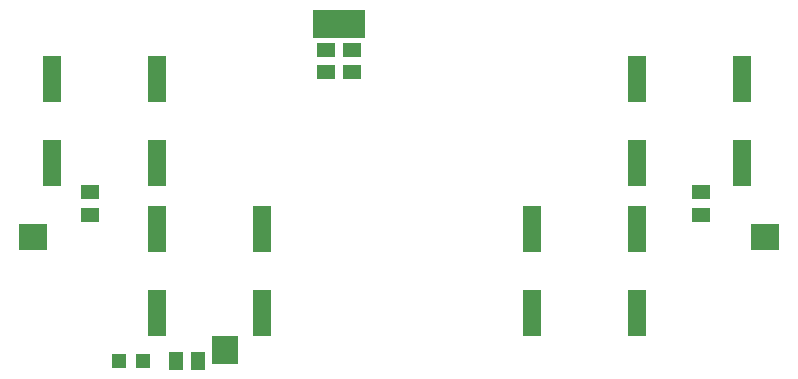
<source format=gtp>
G75*
G70*
%OFA0B0*%
%FSLAX24Y24*%
%IPPOS*%
%LPD*%
%AMOC8*
5,1,8,0,0,1.08239X$1,22.5*
%
%ADD10R,0.0591X0.0512*%
%ADD11R,0.0500X0.0250*%
%ADD12R,0.0900X0.0960*%
%ADD13R,0.0630X0.1575*%
%ADD14R,0.0250X0.0500*%
%ADD15R,0.0960X0.0900*%
%ADD16R,0.0512X0.0591*%
%ADD17R,0.0472X0.0472*%
D10*
X004650Y010001D03*
X004650Y010749D03*
X012525Y014751D03*
X012525Y015499D03*
X013400Y015499D03*
X013400Y014751D03*
X025025Y010749D03*
X025025Y010001D03*
D11*
X013400Y016213D03*
X013400Y016537D03*
X012525Y016537D03*
X012525Y016213D03*
X009150Y005662D03*
X009150Y005338D03*
D12*
X009150Y005500D03*
X012525Y016375D03*
X013400Y016375D03*
D13*
X006900Y014523D03*
X006900Y011727D03*
X006900Y009523D03*
X003400Y011727D03*
X003400Y014523D03*
X010400Y009523D03*
X010400Y006727D03*
X006900Y006727D03*
X019400Y006727D03*
X022900Y006727D03*
X022900Y009523D03*
X022900Y011727D03*
X022900Y014523D03*
X026400Y014523D03*
X026400Y011727D03*
X019400Y009523D03*
D14*
X026988Y009250D03*
X027312Y009250D03*
X002937Y009250D03*
X002613Y009250D03*
D15*
X002775Y009250D03*
X027150Y009250D03*
D16*
X008274Y005125D03*
X007526Y005125D03*
D17*
X005612Y005125D03*
X006438Y005125D03*
M02*

</source>
